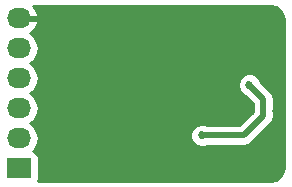
<source format=gbl>
%TF.GenerationSoftware,KiCad,Pcbnew,4.0.4+e1-6308~48~ubuntu16.04.1-stable*%
%TF.CreationDate,2017-01-04T16:55:51-08:00*%
%TF.ProjectId,sd-micro-pushpull-0475710001-breakout,73642D6D6963726F2D7075736870756C,v1.0*%
%TF.FileFunction,Copper,L2,Bot,Signal*%
%FSLAX46Y46*%
G04 Gerber Fmt 4.6, Leading zero omitted, Abs format (unit mm)*
G04 Created by KiCad (PCBNEW 4.0.4+e1-6308~48~ubuntu16.04.1-stable) date Wed Jan  4 16:55:51 2017*
%MOMM*%
%LPD*%
G01*
G04 APERTURE LIST*
%ADD10C,0.350000*%
%ADD11R,2.032000X1.727200*%
%ADD12O,2.032000X1.727200*%
%ADD13C,0.685800*%
%ADD14C,0.508000*%
%ADD15C,0.254000*%
%ADD16C,0.330200*%
%ADD17C,0.350000*%
G04 APERTURE END LIST*
D10*
D11*
X123698000Y-106680000D03*
D12*
X123698000Y-104140000D03*
X123698000Y-101600000D03*
X123698000Y-99060000D03*
X123698000Y-96520000D03*
X123698000Y-93980000D03*
D13*
X140462000Y-95250000D03*
X145502900Y-101814900D03*
X141087020Y-101476304D03*
X140970000Y-106934000D03*
X128270000Y-102870000D03*
X130048000Y-106934000D03*
X128524000Y-95250000D03*
X137160000Y-95250000D03*
X139192000Y-103886000D03*
X143209100Y-99614900D03*
D14*
X143551999Y-99957799D02*
X143209100Y-99614900D01*
X144360901Y-100766701D02*
X143551999Y-99957799D01*
X142737334Y-103886000D02*
X144360901Y-102262433D01*
X139192000Y-103886000D02*
X142737334Y-103886000D01*
X144360901Y-102262433D02*
X144360901Y-100766701D01*
D15*
G36*
X145436917Y-93007279D02*
X145778490Y-93235511D01*
X146006722Y-93577085D01*
X146100800Y-94050049D01*
X146100800Y-106609951D01*
X146006722Y-107082915D01*
X145778490Y-107424489D01*
X145436917Y-107652721D01*
X144963951Y-107746800D01*
X125320291Y-107746800D01*
X125361440Y-107543600D01*
X125361440Y-105816400D01*
X125317162Y-105581083D01*
X125178090Y-105364959D01*
X124965890Y-105219969D01*
X124924561Y-105211600D01*
X124942415Y-105199670D01*
X125267271Y-104713489D01*
X125381345Y-104140000D01*
X125369344Y-104079663D01*
X138213931Y-104079663D01*
X138362493Y-104439212D01*
X138637341Y-104714540D01*
X138996630Y-104863730D01*
X139385663Y-104864069D01*
X139601227Y-104775000D01*
X142737334Y-104775000D01*
X143077540Y-104707329D01*
X143365952Y-104514618D01*
X144989519Y-102891051D01*
X145182230Y-102602639D01*
X145249901Y-102262433D01*
X145249901Y-100766701D01*
X145182230Y-100426495D01*
X144989519Y-100138083D01*
X144126963Y-99275527D01*
X144038607Y-99061688D01*
X143763759Y-98786360D01*
X143404470Y-98637170D01*
X143015437Y-98636831D01*
X142655888Y-98785393D01*
X142380560Y-99060241D01*
X142231370Y-99419530D01*
X142231031Y-99808563D01*
X142379593Y-100168112D01*
X142654441Y-100443440D01*
X142869850Y-100532886D01*
X143471901Y-101134937D01*
X143471901Y-101894197D01*
X142369098Y-102997000D01*
X139601055Y-102997000D01*
X139387370Y-102908270D01*
X138998337Y-102907931D01*
X138638788Y-103056493D01*
X138363460Y-103331341D01*
X138214270Y-103690630D01*
X138213931Y-104079663D01*
X125369344Y-104079663D01*
X125267271Y-103566511D01*
X124942415Y-103080330D01*
X124627634Y-102870000D01*
X124942415Y-102659670D01*
X125267271Y-102173489D01*
X125381345Y-101600000D01*
X125267271Y-101026511D01*
X124942415Y-100540330D01*
X124627634Y-100330000D01*
X124942415Y-100119670D01*
X125267271Y-99633489D01*
X125381345Y-99060000D01*
X125267271Y-98486511D01*
X124942415Y-98000330D01*
X124627634Y-97790000D01*
X124942415Y-97579670D01*
X125267271Y-97093489D01*
X125381345Y-96520000D01*
X125267271Y-95946511D01*
X124942415Y-95460330D01*
X124632931Y-95253539D01*
X125048732Y-94882036D01*
X125302709Y-94354791D01*
X125305358Y-94339026D01*
X125184217Y-94107000D01*
X123825000Y-94107000D01*
X123825000Y-94127000D01*
X123571000Y-94127000D01*
X123571000Y-94107000D01*
X123551000Y-94107000D01*
X123551000Y-93853000D01*
X123571000Y-93853000D01*
X123571000Y-93833000D01*
X123825000Y-93833000D01*
X123825000Y-93853000D01*
X125184217Y-93853000D01*
X125305358Y-93620974D01*
X125302709Y-93605209D01*
X125048732Y-93077964D01*
X124864321Y-92913200D01*
X144963951Y-92913200D01*
X145436917Y-93007279D01*
X145436917Y-93007279D01*
G37*
X145436917Y-93007279D02*
X145778490Y-93235511D01*
X146006722Y-93577085D01*
X146100800Y-94050049D01*
X146100800Y-106609951D01*
X146006722Y-107082915D01*
X145778490Y-107424489D01*
X145436917Y-107652721D01*
X144963951Y-107746800D01*
X125320291Y-107746800D01*
X125361440Y-107543600D01*
X125361440Y-105816400D01*
X125317162Y-105581083D01*
X125178090Y-105364959D01*
X124965890Y-105219969D01*
X124924561Y-105211600D01*
X124942415Y-105199670D01*
X125267271Y-104713489D01*
X125381345Y-104140000D01*
X125369344Y-104079663D01*
X138213931Y-104079663D01*
X138362493Y-104439212D01*
X138637341Y-104714540D01*
X138996630Y-104863730D01*
X139385663Y-104864069D01*
X139601227Y-104775000D01*
X142737334Y-104775000D01*
X143077540Y-104707329D01*
X143365952Y-104514618D01*
X144989519Y-102891051D01*
X145182230Y-102602639D01*
X145249901Y-102262433D01*
X145249901Y-100766701D01*
X145182230Y-100426495D01*
X144989519Y-100138083D01*
X144126963Y-99275527D01*
X144038607Y-99061688D01*
X143763759Y-98786360D01*
X143404470Y-98637170D01*
X143015437Y-98636831D01*
X142655888Y-98785393D01*
X142380560Y-99060241D01*
X142231370Y-99419530D01*
X142231031Y-99808563D01*
X142379593Y-100168112D01*
X142654441Y-100443440D01*
X142869850Y-100532886D01*
X143471901Y-101134937D01*
X143471901Y-101894197D01*
X142369098Y-102997000D01*
X139601055Y-102997000D01*
X139387370Y-102908270D01*
X138998337Y-102907931D01*
X138638788Y-103056493D01*
X138363460Y-103331341D01*
X138214270Y-103690630D01*
X138213931Y-104079663D01*
X125369344Y-104079663D01*
X125267271Y-103566511D01*
X124942415Y-103080330D01*
X124627634Y-102870000D01*
X124942415Y-102659670D01*
X125267271Y-102173489D01*
X125381345Y-101600000D01*
X125267271Y-101026511D01*
X124942415Y-100540330D01*
X124627634Y-100330000D01*
X124942415Y-100119670D01*
X125267271Y-99633489D01*
X125381345Y-99060000D01*
X125267271Y-98486511D01*
X124942415Y-98000330D01*
X124627634Y-97790000D01*
X124942415Y-97579670D01*
X125267271Y-97093489D01*
X125381345Y-96520000D01*
X125267271Y-95946511D01*
X124942415Y-95460330D01*
X124632931Y-95253539D01*
X125048732Y-94882036D01*
X125302709Y-94354791D01*
X125305358Y-94339026D01*
X125184217Y-94107000D01*
X123825000Y-94107000D01*
X123825000Y-94127000D01*
X123571000Y-94127000D01*
X123571000Y-94107000D01*
X123551000Y-94107000D01*
X123551000Y-93853000D01*
X123571000Y-93853000D01*
X123571000Y-93833000D01*
X123825000Y-93833000D01*
X123825000Y-93853000D01*
X125184217Y-93853000D01*
X125305358Y-93620974D01*
X125302709Y-93605209D01*
X125048732Y-93077964D01*
X124864321Y-92913200D01*
X144963951Y-92913200D01*
X145436917Y-93007279D01*
D16*
X140462000Y-95250000D03*
X145502900Y-101814900D03*
X141087020Y-101476304D03*
X140970000Y-106934000D03*
X128270000Y-102870000D03*
X130048000Y-106934000D03*
X128524000Y-95250000D03*
X137160000Y-95250000D03*
X139192000Y-103886000D03*
X143209100Y-99614900D03*
D17*
X123698000Y-106680000D03*
X123698000Y-104140000D03*
X123698000Y-101600000D03*
X123698000Y-99060000D03*
X123698000Y-96520000D03*
X123698000Y-93980000D03*
M02*

</source>
